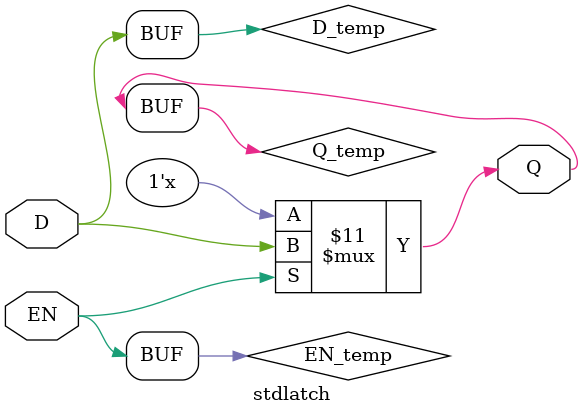
<source format=v>
module stdlatch(D,EN,Q);
  parameter
        d_D_r = 0,
        d_D_f = 0,
        d_EN_r = 0,
        d_EN_f = 0,
        d_Q_r = 1,
        d_Q_f = 1;
  input  D;
  input  EN;
  output  Q;
  wire  D_temp;
  wire  EN_temp;
  reg  Q_temp;
  assign #(d_D_r,d_D_f) D_temp = D|D;
  assign #(d_EN_r,d_EN_f) EN_temp = EN|EN;
  assign #(d_Q_r,d_Q_f) Q = Q_temp;
  always
    @(D_temp or EN_temp)
      begin
      if((EN_temp == 1'b1))
        Q_temp = D_temp;
      else      if((EN_temp !== 1'b0))
        Q_temp = 1'bx;
      end
  specify
    specparam
      t_hold_D = 0,
      t_setup_D = 0;
    $hold(negedge EN , D , t_hold_D);
    $setup(D , negedge EN , t_setup_D);
  endspecify
endmodule

</source>
